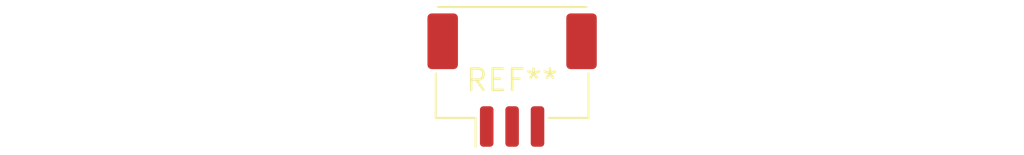
<source format=kicad_pcb>
(kicad_pcb (version 20240108) (generator pcbnew)
  (layers (0 "F.Cu" signal) (31 "B.Cu" signal) (34 "B.Paste" user) (35 "F.Paste" user) (36 "B.SilkS" user "B.Silkscreen") (37 "F.SilkS" user "F.Silkscreen") (38 "B.Mask" user) (39 "F.Mask" user) (44 "Edge.Cuts" user))
  (net 0 "")
  (footprint "Molex_CLIK-Mate_505405-0370_1x03-1MP_P1.50mm_Vertical" (layer "F.Cu") (at 0 0)
    (property "Reference" "REF**")
    (property "Value" "Molex_CLIK-Mate_505405-0370_1x03-1MP_P1.50mm_Vertical")
    (fp_line (start -4.51 -0.39) (end -4.51 2.24) (layer "F.SilkS") (stroke (width 0.12)))
    (fp_line (start -4.51 2.24) (end -2.16 2.24) (layer "F.SilkS") (stroke (width 0.12)))
    (fp_line (start -4.4 -4.33) (end 4.4 -4.33) (layer "F.SilkS") (stroke (width 0.12)))
    (fp_line (start -2.16 2.24) (end -2.16 3.95) (layer "F.SilkS") (stroke (width 0.12)))
    (fp_line (start 4.51 -0.39) (end 4.51 2.24) (layer "F.SilkS") (stroke (width 0.12)))
    (fp_line (start 4.51 2.24) (end 2.16 2.24) (layer "F.SilkS") (stroke (width 0.12)))
    (pad "1" smd roundrect (at -1.5 2.75) (size 0.8 2.4) (layers "F.Cu" "F.Paste" "F.Mask"))
    (pad "2" smd roundrect (at 0 2.75) (size 0.8 2.4) (layers "F.Cu" "F.Paste" "F.Mask"))
    (pad "3" smd roundrect (at 1.5 2.75) (size 0.8 2.4) (layers "F.Cu" "F.Paste" "F.Mask"))
    (pad "MP" smd roundrect (at -4.1 -2.3) (size 1.8 3.3) (layers "F.Cu" "F.Paste" "F.Mask") (roundrect_rratio 0.138889))
    (pad "MP" smd roundrect (at 4.1 -2.3) (size 1.8 3.3) (layers "F.Cu" "F.Paste" "F.Mask") (roundrect_rratio 0.138889))
  )
)
</source>
